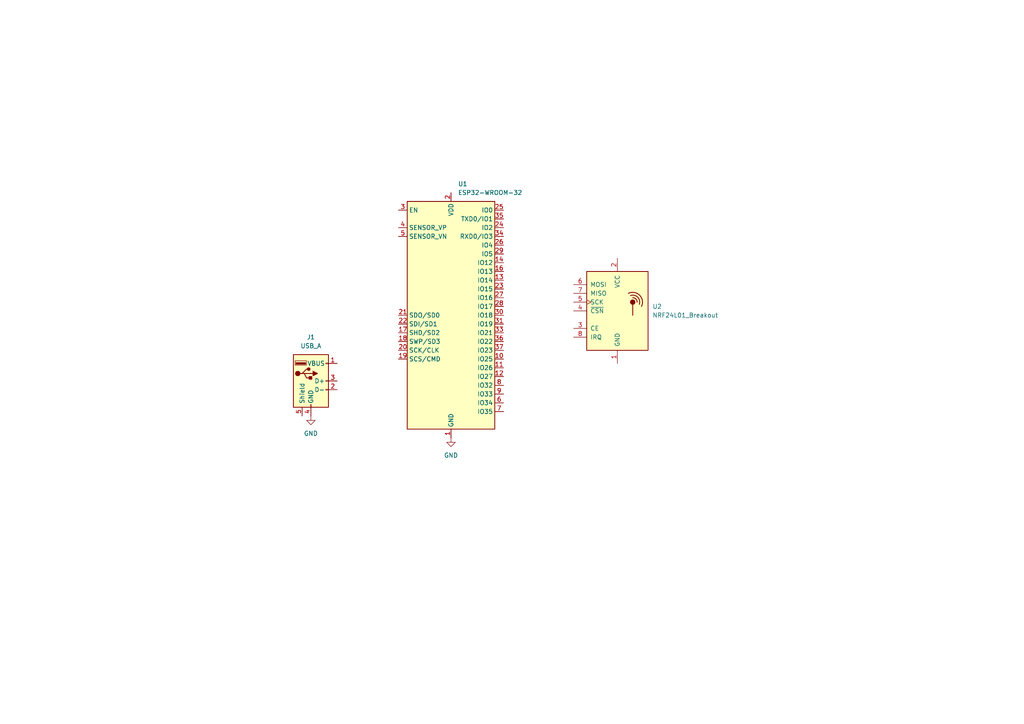
<source format=kicad_sch>
(kicad_sch (version 20211123) (generator eeschema)
  (paper "A4")
  (lib_symbols
    (symbol "Connector:USB_A" (pin_names (offset 1.016))
      (property "Reference" "J" (at -5.08 11.43 0))
      (property "Value" "USB_A" (at -5.08 8.89 0))
      (symbol "USB_A_0_1"
        (rectangle (start -5.08 -7.62) (end 5.08 7.62) (stroke (width 0.254)) (fill (type background)))
        (circle (center -3.81 2.159) (radius 0.635) (stroke (width 0.254)) (fill (type outline)))
        (rectangle (start -1.524 4.826) (end -4.318 5.334) (fill (type outline)))
        (rectangle (start -1.27 4.572) (end -4.572 5.842))
        (circle (center -0.635 3.429) (radius 0.381) (stroke (width 0.254)) (fill (type outline)))
        (rectangle (start -0.127 -7.62) (end 0.127 -6.858))
        (polyline (pts (xy -3.175 2.159) (xy -2.54 2.159) (xy -1.27 3.429) (xy -0.635 3.429)) (stroke (width 0.254)))
        (polyline (pts (xy -2.54 2.159) (xy -1.905 2.159) (xy -1.27 0.889) (xy 0 0.889)) (stroke (width 0.254)))
        (polyline (pts (xy 0.635 2.794) (xy 0.635 1.524) (xy 1.905 2.159) (xy 0.635 2.794)) (stroke (width 0.254)) (fill (type outline)))
        (rectangle (start 0.254 1.27) (end -0.508 0.508) (stroke (width 0.254)) (fill (type outline)))
        (rectangle (start 5.08 -2.667) (end 4.318 -2.413))
        (rectangle (start 5.08 -0.127) (end 4.318 0.127))
        (rectangle (start 5.08 4.953) (end 4.318 5.207))
      )
      (symbol "USB_A_1_1"
        (polyline (pts (xy -1.905 2.159) (xy 0.635 2.159)) (stroke (width 0.254)))
        (pin power_in line (at 7.62 5.08 180) (length 2.54) (name "VBUS") (number "1"))
        (pin bidirectional line (at 7.62 -2.54 180) (length 2.54) (name "D-") (number "2"))
        (pin bidirectional line (at 7.62 0 180) (length 2.54) (name "D+") (number "3"))
        (pin power_in line (at 0 -10.16 90) (length 2.54) (name "GND") (number "4"))
        (pin passive line (at -2.54 -10.16 90) (length 2.54) (name "Shield") (number "5"))
      )
    )
    (symbol "RF:NRF24L01_Breakout" (pin_names (offset 1.016))
      (property "Reference" "U" (at -8.89 12.7 0))
      (property "Value" "NRF24L01_Breakout" (at 3.81 12.7 0))
      (symbol "NRF24L01_Breakout_0_1"
        (rectangle (start -8.89 11.43) (end 8.89 -11.43) (stroke (width 0.254)) (fill (type background)))
        (polyline (pts (xy 4.445 1.905) (xy 4.445 -1.27)) (stroke (width 0.254)))
        (circle (center 4.445 2.54) (radius 0.635) (stroke (width 0.254)) (fill (type outline)))
        (arc (start 5.715 2.54) (mid 5.3521 3.4546) (end 4.445 3.81) (stroke (width 0.254)))
        (arc (start 6.35 1.905) (mid 5.8763 3.9854) (end 3.81 4.445) (stroke (width 0.254)))
        (arc (start 6.985 1.27) (mid 6.453 4.548) (end 3.175 5.08) (stroke (width 0.254)))
      )
      (symbol "NRF24L01_Breakout_1_1"
        (pin power_in line (at 0 -15.24 90) (length 3.81) (name "GND") (number "1"))
        (pin power_in line (at 0 15.24 270) (length 3.81) (name "VCC") (number "2"))
        (pin input line (at -12.7 -5.08 0) (length 3.81) (name "CE") (number "3"))
        (pin input line (at -12.7 0 0) (length 3.81) (name "~{CSN}") (number "4"))
        (pin input clock (at -12.7 2.54 0) (length 3.81) (name "SCK") (number "5"))
        (pin input line (at -12.7 7.62 0) (length 3.81) (name "MOSI") (number "6"))
        (pin output line (at -12.7 5.08 0) (length 3.81) (name "MISO") (number "7"))
        (pin output line (at -12.7 -7.62 0) (length 3.81) (name "IRQ") (number "8"))
      )
    )
    (symbol "RF_Module:ESP32-WROOM-32"
      (property "Reference" "U" (at -12.7 34.29 0))
      (property "Value" "ESP32-WROOM-32" (at 1.27 34.29 0))
      (symbol "ESP32-WROOM-32_0_1"
        (rectangle (start -12.7 33.02) (end 12.7 -33.02) (stroke (width 0.254)) (fill (type background)))
      )
      (symbol "ESP32-WROOM-32_1_1"
        (pin power_in line (at 0 -35.56 90) (length 2.54) (name "GND") (number "1"))
        (pin bidirectional line (at 15.24 -12.7 180) (length 2.54) (name "IO25") (number "10"))
        (pin bidirectional line (at 15.24 -15.24 180) (length 2.54) (name "IO26") (number "11"))
        (pin bidirectional line (at 15.24 -17.78 180) (length 2.54) (name "IO27") (number "12"))
        (pin bidirectional line (at 15.24 10.16 180) (length 2.54) (name "IO14") (number "13"))
        (pin bidirectional line (at 15.24 15.24 180) (length 2.54) (name "IO12") (number "14"))
        (pin passive line (at 0 -35.56 90) (length 2.54) hide (name "GND") (number "15"))
        (pin bidirectional line (at 15.24 12.7 180) (length 2.54) (name "IO13") (number "16"))
        (pin bidirectional line (at -15.24 -5.08 0) (length 2.54) (name "SHD/SD2") (number "17"))
        (pin bidirectional line (at -15.24 -7.62 0) (length 2.54) (name "SWP/SD3") (number "18"))
        (pin bidirectional line (at -15.24 -12.7 0) (length 2.54) (name "SCS/CMD") (number "19"))
        (pin power_in line (at 0 35.56 270) (length 2.54) (name "VDD") (number "2"))
        (pin bidirectional line (at -15.24 -10.16 0) (length 2.54) (name "SCK/CLK") (number "20"))
        (pin bidirectional line (at -15.24 0 0) (length 2.54) (name "SDO/SD0") (number "21"))
        (pin bidirectional line (at -15.24 -2.54 0) (length 2.54) (name "SDI/SD1") (number "22"))
        (pin bidirectional line (at 15.24 7.62 180) (length 2.54) (name "IO15") (number "23"))
        (pin bidirectional line (at 15.24 25.4 180) (length 2.54) (name "IO2") (number "24"))
        (pin bidirectional line (at 15.24 30.48 180) (length 2.54) (name "IO0") (number "25"))
        (pin bidirectional line (at 15.24 20.32 180) (length 2.54) (name "IO4") (number "26"))
        (pin bidirectional line (at 15.24 5.08 180) (length 2.54) (name "IO16") (number "27"))
        (pin bidirectional line (at 15.24 2.54 180) (length 2.54) (name "IO17") (number "28"))
        (pin bidirectional line (at 15.24 17.78 180) (length 2.54) (name "IO5") (number "29"))
        (pin input line (at -15.24 30.48 0) (length 2.54) (name "EN") (number "3"))
        (pin bidirectional line (at 15.24 0 180) (length 2.54) (name "IO18") (number "30"))
        (pin bidirectional line (at 15.24 -2.54 180) (length 2.54) (name "IO19") (number "31"))
        (pin no_connect line (at -12.7 -27.94 0) (length 2.54) hide (name "NC") (number "32"))
        (pin bidirectional line (at 15.24 -5.08 180) (length 2.54) (name "IO21") (number "33"))
        (pin bidirectional line (at 15.24 22.86 180) (length 2.54) (name "RXD0/IO3") (number "34"))
        (pin bidirectional line (at 15.24 27.94 180) (length 2.54) (name "TXD0/IO1") (number "35"))
        (pin bidirectional line (at 15.24 -7.62 180) (length 2.54) (name "IO22") (number "36"))
        (pin bidirectional line (at 15.24 -10.16 180) (length 2.54) (name "IO23") (number "37"))
        (pin passive line (at 0 -35.56 90) (length 2.54) hide (name "GND") (number "38"))
        (pin passive line (at 0 -35.56 90) (length 2.54) hide (name "GND") (number "39"))
        (pin input line (at -15.24 25.4 0) (length 2.54) (name "SENSOR_VP") (number "4"))
        (pin input line (at -15.24 22.86 0) (length 2.54) (name "SENSOR_VN") (number "5"))
        (pin input line (at 15.24 -25.4 180) (length 2.54) (name "IO34") (number "6"))
        (pin input line (at 15.24 -27.94 180) (length 2.54) (name "IO35") (number "7"))
        (pin bidirectional line (at 15.24 -20.32 180) (length 2.54) (name "IO32") (number "8"))
        (pin bidirectional line (at 15.24 -22.86 180) (length 2.54) (name "IO33") (number "9"))
      )
    )
    (symbol "power:GND" (power) (pin_names (offset 0))
      (property "Value" "GND" (at 0 -3.81 0))
      (symbol "GND_0_1"
        (polyline (pts (xy 0 0) (xy 0 -1.27) (xy 1.27 -1.27) (xy 0 -2.54) (xy -1.27 -1.27) (xy 0 -1.27)))
      )
      (symbol "GND_1_1"
        (pin power_in line (at 0 0 270) (length 0) hide (name "GND") (number "1"))
      )
    )
  )
  (symbol (lib_id "RF_Module:ESP32-WROOM-32") (at 130.81 91.44 0) (unit 1)
    (property "Reference" "U1" (at 132.8294 53.34 0) (effects (justify left)))
    (property "Value" "ESP32-WROOM-32" (at 132.8294 55.88 0) (effects (justify left)))
    (property "Footprint" "RF_Module:ESP32-WROOM-32" (effects hide))
    (property "Datasheet" "https://www.espressif.com/sites/default/files/documentation/esp32-wroom-32_datasheet_en.pdf" (effects hide))
  )
  (symbol (lib_id "RF:NRF24L01_Breakout") (at 179.07 90.17 0) (unit 1)
    (property "Reference" "U2" (at 189.23 88.8999 0) (effects (justify left)))
    (property "Value" "NRF24L01_Breakout" (at 189.23 91.4399 0) (effects (justify left)))
    (property "Footprint" "mysensors_radios:NRF24L01-SMD" (effects hide))
    (property "Datasheet" "http://www.nordicsemi.com/eng/content/download/2730/34105/file/nRF24L01_Product_Specification_v2_0.pdf" (effects hide))
  )
  (symbol (lib_id "power:GND") (at 130.81 127 0) (unit 1)
    (property "Reference" "#PWR0101" (effects hide))
    (property "Value" "GND" (at 130.81 132.08 0))
  )
  (symbol (lib_id "Connector:USB_A") (at 90.17 110.49 0) (unit 1)
    (property "Reference" "J1" (at 90.17 97.79 0))
    (property "Value" "USB_A" (at 90.17 100.33 0))
    (property "Footprint" "Connector_USB:USB_A_CNCTech_1001-011-01101_Horizontal" (effects hide))
    (property "Datasheet" " ~" (effects hide))
  )
  (symbol (lib_id "power:GND") (at 90.17 120.65 0) (unit 1)
    (property "Reference" "#PWR0102" (effects hide))
    (property "Value" "GND" (at 90.17 125.73 0))
  )
)
</source>
